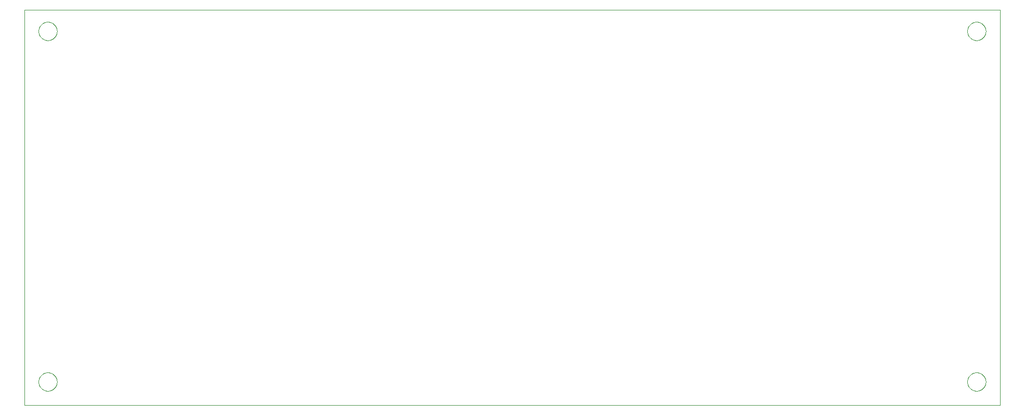
<source format=gbp>
G75*
%MOIN*%
%OFA0B0*%
%FSLAX25Y25*%
%IPPOS*%
%LPD*%
%AMOC8*
5,1,8,0,0,1.08239X$1,22.5*
%
%ADD10C,0.00000*%
D10*
X0001300Y0001300D02*
X0001300Y0255001D01*
X0626221Y0255001D01*
X0626221Y0001300D01*
X0001300Y0001300D01*
X0010394Y0016300D02*
X0010396Y0016453D01*
X0010402Y0016607D01*
X0010412Y0016760D01*
X0010426Y0016912D01*
X0010444Y0017065D01*
X0010466Y0017216D01*
X0010491Y0017367D01*
X0010521Y0017518D01*
X0010555Y0017668D01*
X0010592Y0017816D01*
X0010633Y0017964D01*
X0010678Y0018110D01*
X0010727Y0018256D01*
X0010780Y0018400D01*
X0010836Y0018542D01*
X0010896Y0018683D01*
X0010960Y0018823D01*
X0011027Y0018961D01*
X0011098Y0019097D01*
X0011173Y0019231D01*
X0011250Y0019363D01*
X0011332Y0019493D01*
X0011416Y0019621D01*
X0011504Y0019747D01*
X0011595Y0019870D01*
X0011689Y0019991D01*
X0011787Y0020109D01*
X0011887Y0020225D01*
X0011991Y0020338D01*
X0012097Y0020449D01*
X0012206Y0020557D01*
X0012318Y0020662D01*
X0012432Y0020763D01*
X0012550Y0020862D01*
X0012669Y0020958D01*
X0012791Y0021051D01*
X0012916Y0021140D01*
X0013043Y0021227D01*
X0013172Y0021309D01*
X0013303Y0021389D01*
X0013436Y0021465D01*
X0013571Y0021538D01*
X0013708Y0021607D01*
X0013847Y0021672D01*
X0013987Y0021734D01*
X0014129Y0021792D01*
X0014272Y0021847D01*
X0014417Y0021898D01*
X0014563Y0021945D01*
X0014710Y0021988D01*
X0014858Y0022027D01*
X0015007Y0022063D01*
X0015157Y0022094D01*
X0015308Y0022122D01*
X0015459Y0022146D01*
X0015612Y0022166D01*
X0015764Y0022182D01*
X0015917Y0022194D01*
X0016070Y0022202D01*
X0016223Y0022206D01*
X0016377Y0022206D01*
X0016530Y0022202D01*
X0016683Y0022194D01*
X0016836Y0022182D01*
X0016988Y0022166D01*
X0017141Y0022146D01*
X0017292Y0022122D01*
X0017443Y0022094D01*
X0017593Y0022063D01*
X0017742Y0022027D01*
X0017890Y0021988D01*
X0018037Y0021945D01*
X0018183Y0021898D01*
X0018328Y0021847D01*
X0018471Y0021792D01*
X0018613Y0021734D01*
X0018753Y0021672D01*
X0018892Y0021607D01*
X0019029Y0021538D01*
X0019164Y0021465D01*
X0019297Y0021389D01*
X0019428Y0021309D01*
X0019557Y0021227D01*
X0019684Y0021140D01*
X0019809Y0021051D01*
X0019931Y0020958D01*
X0020050Y0020862D01*
X0020168Y0020763D01*
X0020282Y0020662D01*
X0020394Y0020557D01*
X0020503Y0020449D01*
X0020609Y0020338D01*
X0020713Y0020225D01*
X0020813Y0020109D01*
X0020911Y0019991D01*
X0021005Y0019870D01*
X0021096Y0019747D01*
X0021184Y0019621D01*
X0021268Y0019493D01*
X0021350Y0019363D01*
X0021427Y0019231D01*
X0021502Y0019097D01*
X0021573Y0018961D01*
X0021640Y0018823D01*
X0021704Y0018683D01*
X0021764Y0018542D01*
X0021820Y0018400D01*
X0021873Y0018256D01*
X0021922Y0018110D01*
X0021967Y0017964D01*
X0022008Y0017816D01*
X0022045Y0017668D01*
X0022079Y0017518D01*
X0022109Y0017367D01*
X0022134Y0017216D01*
X0022156Y0017065D01*
X0022174Y0016912D01*
X0022188Y0016760D01*
X0022198Y0016607D01*
X0022204Y0016453D01*
X0022206Y0016300D01*
X0022204Y0016147D01*
X0022198Y0015993D01*
X0022188Y0015840D01*
X0022174Y0015688D01*
X0022156Y0015535D01*
X0022134Y0015384D01*
X0022109Y0015233D01*
X0022079Y0015082D01*
X0022045Y0014932D01*
X0022008Y0014784D01*
X0021967Y0014636D01*
X0021922Y0014490D01*
X0021873Y0014344D01*
X0021820Y0014200D01*
X0021764Y0014058D01*
X0021704Y0013917D01*
X0021640Y0013777D01*
X0021573Y0013639D01*
X0021502Y0013503D01*
X0021427Y0013369D01*
X0021350Y0013237D01*
X0021268Y0013107D01*
X0021184Y0012979D01*
X0021096Y0012853D01*
X0021005Y0012730D01*
X0020911Y0012609D01*
X0020813Y0012491D01*
X0020713Y0012375D01*
X0020609Y0012262D01*
X0020503Y0012151D01*
X0020394Y0012043D01*
X0020282Y0011938D01*
X0020168Y0011837D01*
X0020050Y0011738D01*
X0019931Y0011642D01*
X0019809Y0011549D01*
X0019684Y0011460D01*
X0019557Y0011373D01*
X0019428Y0011291D01*
X0019297Y0011211D01*
X0019164Y0011135D01*
X0019029Y0011062D01*
X0018892Y0010993D01*
X0018753Y0010928D01*
X0018613Y0010866D01*
X0018471Y0010808D01*
X0018328Y0010753D01*
X0018183Y0010702D01*
X0018037Y0010655D01*
X0017890Y0010612D01*
X0017742Y0010573D01*
X0017593Y0010537D01*
X0017443Y0010506D01*
X0017292Y0010478D01*
X0017141Y0010454D01*
X0016988Y0010434D01*
X0016836Y0010418D01*
X0016683Y0010406D01*
X0016530Y0010398D01*
X0016377Y0010394D01*
X0016223Y0010394D01*
X0016070Y0010398D01*
X0015917Y0010406D01*
X0015764Y0010418D01*
X0015612Y0010434D01*
X0015459Y0010454D01*
X0015308Y0010478D01*
X0015157Y0010506D01*
X0015007Y0010537D01*
X0014858Y0010573D01*
X0014710Y0010612D01*
X0014563Y0010655D01*
X0014417Y0010702D01*
X0014272Y0010753D01*
X0014129Y0010808D01*
X0013987Y0010866D01*
X0013847Y0010928D01*
X0013708Y0010993D01*
X0013571Y0011062D01*
X0013436Y0011135D01*
X0013303Y0011211D01*
X0013172Y0011291D01*
X0013043Y0011373D01*
X0012916Y0011460D01*
X0012791Y0011549D01*
X0012669Y0011642D01*
X0012550Y0011738D01*
X0012432Y0011837D01*
X0012318Y0011938D01*
X0012206Y0012043D01*
X0012097Y0012151D01*
X0011991Y0012262D01*
X0011887Y0012375D01*
X0011787Y0012491D01*
X0011689Y0012609D01*
X0011595Y0012730D01*
X0011504Y0012853D01*
X0011416Y0012979D01*
X0011332Y0013107D01*
X0011250Y0013237D01*
X0011173Y0013369D01*
X0011098Y0013503D01*
X0011027Y0013639D01*
X0010960Y0013777D01*
X0010896Y0013917D01*
X0010836Y0014058D01*
X0010780Y0014200D01*
X0010727Y0014344D01*
X0010678Y0014490D01*
X0010633Y0014636D01*
X0010592Y0014784D01*
X0010555Y0014932D01*
X0010521Y0015082D01*
X0010491Y0015233D01*
X0010466Y0015384D01*
X0010444Y0015535D01*
X0010426Y0015688D01*
X0010412Y0015840D01*
X0010402Y0015993D01*
X0010396Y0016147D01*
X0010394Y0016300D01*
X0010394Y0241300D02*
X0010396Y0241453D01*
X0010402Y0241607D01*
X0010412Y0241760D01*
X0010426Y0241912D01*
X0010444Y0242065D01*
X0010466Y0242216D01*
X0010491Y0242367D01*
X0010521Y0242518D01*
X0010555Y0242668D01*
X0010592Y0242816D01*
X0010633Y0242964D01*
X0010678Y0243110D01*
X0010727Y0243256D01*
X0010780Y0243400D01*
X0010836Y0243542D01*
X0010896Y0243683D01*
X0010960Y0243823D01*
X0011027Y0243961D01*
X0011098Y0244097D01*
X0011173Y0244231D01*
X0011250Y0244363D01*
X0011332Y0244493D01*
X0011416Y0244621D01*
X0011504Y0244747D01*
X0011595Y0244870D01*
X0011689Y0244991D01*
X0011787Y0245109D01*
X0011887Y0245225D01*
X0011991Y0245338D01*
X0012097Y0245449D01*
X0012206Y0245557D01*
X0012318Y0245662D01*
X0012432Y0245763D01*
X0012550Y0245862D01*
X0012669Y0245958D01*
X0012791Y0246051D01*
X0012916Y0246140D01*
X0013043Y0246227D01*
X0013172Y0246309D01*
X0013303Y0246389D01*
X0013436Y0246465D01*
X0013571Y0246538D01*
X0013708Y0246607D01*
X0013847Y0246672D01*
X0013987Y0246734D01*
X0014129Y0246792D01*
X0014272Y0246847D01*
X0014417Y0246898D01*
X0014563Y0246945D01*
X0014710Y0246988D01*
X0014858Y0247027D01*
X0015007Y0247063D01*
X0015157Y0247094D01*
X0015308Y0247122D01*
X0015459Y0247146D01*
X0015612Y0247166D01*
X0015764Y0247182D01*
X0015917Y0247194D01*
X0016070Y0247202D01*
X0016223Y0247206D01*
X0016377Y0247206D01*
X0016530Y0247202D01*
X0016683Y0247194D01*
X0016836Y0247182D01*
X0016988Y0247166D01*
X0017141Y0247146D01*
X0017292Y0247122D01*
X0017443Y0247094D01*
X0017593Y0247063D01*
X0017742Y0247027D01*
X0017890Y0246988D01*
X0018037Y0246945D01*
X0018183Y0246898D01*
X0018328Y0246847D01*
X0018471Y0246792D01*
X0018613Y0246734D01*
X0018753Y0246672D01*
X0018892Y0246607D01*
X0019029Y0246538D01*
X0019164Y0246465D01*
X0019297Y0246389D01*
X0019428Y0246309D01*
X0019557Y0246227D01*
X0019684Y0246140D01*
X0019809Y0246051D01*
X0019931Y0245958D01*
X0020050Y0245862D01*
X0020168Y0245763D01*
X0020282Y0245662D01*
X0020394Y0245557D01*
X0020503Y0245449D01*
X0020609Y0245338D01*
X0020713Y0245225D01*
X0020813Y0245109D01*
X0020911Y0244991D01*
X0021005Y0244870D01*
X0021096Y0244747D01*
X0021184Y0244621D01*
X0021268Y0244493D01*
X0021350Y0244363D01*
X0021427Y0244231D01*
X0021502Y0244097D01*
X0021573Y0243961D01*
X0021640Y0243823D01*
X0021704Y0243683D01*
X0021764Y0243542D01*
X0021820Y0243400D01*
X0021873Y0243256D01*
X0021922Y0243110D01*
X0021967Y0242964D01*
X0022008Y0242816D01*
X0022045Y0242668D01*
X0022079Y0242518D01*
X0022109Y0242367D01*
X0022134Y0242216D01*
X0022156Y0242065D01*
X0022174Y0241912D01*
X0022188Y0241760D01*
X0022198Y0241607D01*
X0022204Y0241453D01*
X0022206Y0241300D01*
X0022204Y0241147D01*
X0022198Y0240993D01*
X0022188Y0240840D01*
X0022174Y0240688D01*
X0022156Y0240535D01*
X0022134Y0240384D01*
X0022109Y0240233D01*
X0022079Y0240082D01*
X0022045Y0239932D01*
X0022008Y0239784D01*
X0021967Y0239636D01*
X0021922Y0239490D01*
X0021873Y0239344D01*
X0021820Y0239200D01*
X0021764Y0239058D01*
X0021704Y0238917D01*
X0021640Y0238777D01*
X0021573Y0238639D01*
X0021502Y0238503D01*
X0021427Y0238369D01*
X0021350Y0238237D01*
X0021268Y0238107D01*
X0021184Y0237979D01*
X0021096Y0237853D01*
X0021005Y0237730D01*
X0020911Y0237609D01*
X0020813Y0237491D01*
X0020713Y0237375D01*
X0020609Y0237262D01*
X0020503Y0237151D01*
X0020394Y0237043D01*
X0020282Y0236938D01*
X0020168Y0236837D01*
X0020050Y0236738D01*
X0019931Y0236642D01*
X0019809Y0236549D01*
X0019684Y0236460D01*
X0019557Y0236373D01*
X0019428Y0236291D01*
X0019297Y0236211D01*
X0019164Y0236135D01*
X0019029Y0236062D01*
X0018892Y0235993D01*
X0018753Y0235928D01*
X0018613Y0235866D01*
X0018471Y0235808D01*
X0018328Y0235753D01*
X0018183Y0235702D01*
X0018037Y0235655D01*
X0017890Y0235612D01*
X0017742Y0235573D01*
X0017593Y0235537D01*
X0017443Y0235506D01*
X0017292Y0235478D01*
X0017141Y0235454D01*
X0016988Y0235434D01*
X0016836Y0235418D01*
X0016683Y0235406D01*
X0016530Y0235398D01*
X0016377Y0235394D01*
X0016223Y0235394D01*
X0016070Y0235398D01*
X0015917Y0235406D01*
X0015764Y0235418D01*
X0015612Y0235434D01*
X0015459Y0235454D01*
X0015308Y0235478D01*
X0015157Y0235506D01*
X0015007Y0235537D01*
X0014858Y0235573D01*
X0014710Y0235612D01*
X0014563Y0235655D01*
X0014417Y0235702D01*
X0014272Y0235753D01*
X0014129Y0235808D01*
X0013987Y0235866D01*
X0013847Y0235928D01*
X0013708Y0235993D01*
X0013571Y0236062D01*
X0013436Y0236135D01*
X0013303Y0236211D01*
X0013172Y0236291D01*
X0013043Y0236373D01*
X0012916Y0236460D01*
X0012791Y0236549D01*
X0012669Y0236642D01*
X0012550Y0236738D01*
X0012432Y0236837D01*
X0012318Y0236938D01*
X0012206Y0237043D01*
X0012097Y0237151D01*
X0011991Y0237262D01*
X0011887Y0237375D01*
X0011787Y0237491D01*
X0011689Y0237609D01*
X0011595Y0237730D01*
X0011504Y0237853D01*
X0011416Y0237979D01*
X0011332Y0238107D01*
X0011250Y0238237D01*
X0011173Y0238369D01*
X0011098Y0238503D01*
X0011027Y0238639D01*
X0010960Y0238777D01*
X0010896Y0238917D01*
X0010836Y0239058D01*
X0010780Y0239200D01*
X0010727Y0239344D01*
X0010678Y0239490D01*
X0010633Y0239636D01*
X0010592Y0239784D01*
X0010555Y0239932D01*
X0010521Y0240082D01*
X0010491Y0240233D01*
X0010466Y0240384D01*
X0010444Y0240535D01*
X0010426Y0240688D01*
X0010412Y0240840D01*
X0010402Y0240993D01*
X0010396Y0241147D01*
X0010394Y0241300D01*
X0605394Y0241300D02*
X0605396Y0241453D01*
X0605402Y0241607D01*
X0605412Y0241760D01*
X0605426Y0241912D01*
X0605444Y0242065D01*
X0605466Y0242216D01*
X0605491Y0242367D01*
X0605521Y0242518D01*
X0605555Y0242668D01*
X0605592Y0242816D01*
X0605633Y0242964D01*
X0605678Y0243110D01*
X0605727Y0243256D01*
X0605780Y0243400D01*
X0605836Y0243542D01*
X0605896Y0243683D01*
X0605960Y0243823D01*
X0606027Y0243961D01*
X0606098Y0244097D01*
X0606173Y0244231D01*
X0606250Y0244363D01*
X0606332Y0244493D01*
X0606416Y0244621D01*
X0606504Y0244747D01*
X0606595Y0244870D01*
X0606689Y0244991D01*
X0606787Y0245109D01*
X0606887Y0245225D01*
X0606991Y0245338D01*
X0607097Y0245449D01*
X0607206Y0245557D01*
X0607318Y0245662D01*
X0607432Y0245763D01*
X0607550Y0245862D01*
X0607669Y0245958D01*
X0607791Y0246051D01*
X0607916Y0246140D01*
X0608043Y0246227D01*
X0608172Y0246309D01*
X0608303Y0246389D01*
X0608436Y0246465D01*
X0608571Y0246538D01*
X0608708Y0246607D01*
X0608847Y0246672D01*
X0608987Y0246734D01*
X0609129Y0246792D01*
X0609272Y0246847D01*
X0609417Y0246898D01*
X0609563Y0246945D01*
X0609710Y0246988D01*
X0609858Y0247027D01*
X0610007Y0247063D01*
X0610157Y0247094D01*
X0610308Y0247122D01*
X0610459Y0247146D01*
X0610612Y0247166D01*
X0610764Y0247182D01*
X0610917Y0247194D01*
X0611070Y0247202D01*
X0611223Y0247206D01*
X0611377Y0247206D01*
X0611530Y0247202D01*
X0611683Y0247194D01*
X0611836Y0247182D01*
X0611988Y0247166D01*
X0612141Y0247146D01*
X0612292Y0247122D01*
X0612443Y0247094D01*
X0612593Y0247063D01*
X0612742Y0247027D01*
X0612890Y0246988D01*
X0613037Y0246945D01*
X0613183Y0246898D01*
X0613328Y0246847D01*
X0613471Y0246792D01*
X0613613Y0246734D01*
X0613753Y0246672D01*
X0613892Y0246607D01*
X0614029Y0246538D01*
X0614164Y0246465D01*
X0614297Y0246389D01*
X0614428Y0246309D01*
X0614557Y0246227D01*
X0614684Y0246140D01*
X0614809Y0246051D01*
X0614931Y0245958D01*
X0615050Y0245862D01*
X0615168Y0245763D01*
X0615282Y0245662D01*
X0615394Y0245557D01*
X0615503Y0245449D01*
X0615609Y0245338D01*
X0615713Y0245225D01*
X0615813Y0245109D01*
X0615911Y0244991D01*
X0616005Y0244870D01*
X0616096Y0244747D01*
X0616184Y0244621D01*
X0616268Y0244493D01*
X0616350Y0244363D01*
X0616427Y0244231D01*
X0616502Y0244097D01*
X0616573Y0243961D01*
X0616640Y0243823D01*
X0616704Y0243683D01*
X0616764Y0243542D01*
X0616820Y0243400D01*
X0616873Y0243256D01*
X0616922Y0243110D01*
X0616967Y0242964D01*
X0617008Y0242816D01*
X0617045Y0242668D01*
X0617079Y0242518D01*
X0617109Y0242367D01*
X0617134Y0242216D01*
X0617156Y0242065D01*
X0617174Y0241912D01*
X0617188Y0241760D01*
X0617198Y0241607D01*
X0617204Y0241453D01*
X0617206Y0241300D01*
X0617204Y0241147D01*
X0617198Y0240993D01*
X0617188Y0240840D01*
X0617174Y0240688D01*
X0617156Y0240535D01*
X0617134Y0240384D01*
X0617109Y0240233D01*
X0617079Y0240082D01*
X0617045Y0239932D01*
X0617008Y0239784D01*
X0616967Y0239636D01*
X0616922Y0239490D01*
X0616873Y0239344D01*
X0616820Y0239200D01*
X0616764Y0239058D01*
X0616704Y0238917D01*
X0616640Y0238777D01*
X0616573Y0238639D01*
X0616502Y0238503D01*
X0616427Y0238369D01*
X0616350Y0238237D01*
X0616268Y0238107D01*
X0616184Y0237979D01*
X0616096Y0237853D01*
X0616005Y0237730D01*
X0615911Y0237609D01*
X0615813Y0237491D01*
X0615713Y0237375D01*
X0615609Y0237262D01*
X0615503Y0237151D01*
X0615394Y0237043D01*
X0615282Y0236938D01*
X0615168Y0236837D01*
X0615050Y0236738D01*
X0614931Y0236642D01*
X0614809Y0236549D01*
X0614684Y0236460D01*
X0614557Y0236373D01*
X0614428Y0236291D01*
X0614297Y0236211D01*
X0614164Y0236135D01*
X0614029Y0236062D01*
X0613892Y0235993D01*
X0613753Y0235928D01*
X0613613Y0235866D01*
X0613471Y0235808D01*
X0613328Y0235753D01*
X0613183Y0235702D01*
X0613037Y0235655D01*
X0612890Y0235612D01*
X0612742Y0235573D01*
X0612593Y0235537D01*
X0612443Y0235506D01*
X0612292Y0235478D01*
X0612141Y0235454D01*
X0611988Y0235434D01*
X0611836Y0235418D01*
X0611683Y0235406D01*
X0611530Y0235398D01*
X0611377Y0235394D01*
X0611223Y0235394D01*
X0611070Y0235398D01*
X0610917Y0235406D01*
X0610764Y0235418D01*
X0610612Y0235434D01*
X0610459Y0235454D01*
X0610308Y0235478D01*
X0610157Y0235506D01*
X0610007Y0235537D01*
X0609858Y0235573D01*
X0609710Y0235612D01*
X0609563Y0235655D01*
X0609417Y0235702D01*
X0609272Y0235753D01*
X0609129Y0235808D01*
X0608987Y0235866D01*
X0608847Y0235928D01*
X0608708Y0235993D01*
X0608571Y0236062D01*
X0608436Y0236135D01*
X0608303Y0236211D01*
X0608172Y0236291D01*
X0608043Y0236373D01*
X0607916Y0236460D01*
X0607791Y0236549D01*
X0607669Y0236642D01*
X0607550Y0236738D01*
X0607432Y0236837D01*
X0607318Y0236938D01*
X0607206Y0237043D01*
X0607097Y0237151D01*
X0606991Y0237262D01*
X0606887Y0237375D01*
X0606787Y0237491D01*
X0606689Y0237609D01*
X0606595Y0237730D01*
X0606504Y0237853D01*
X0606416Y0237979D01*
X0606332Y0238107D01*
X0606250Y0238237D01*
X0606173Y0238369D01*
X0606098Y0238503D01*
X0606027Y0238639D01*
X0605960Y0238777D01*
X0605896Y0238917D01*
X0605836Y0239058D01*
X0605780Y0239200D01*
X0605727Y0239344D01*
X0605678Y0239490D01*
X0605633Y0239636D01*
X0605592Y0239784D01*
X0605555Y0239932D01*
X0605521Y0240082D01*
X0605491Y0240233D01*
X0605466Y0240384D01*
X0605444Y0240535D01*
X0605426Y0240688D01*
X0605412Y0240840D01*
X0605402Y0240993D01*
X0605396Y0241147D01*
X0605394Y0241300D01*
X0605394Y0016300D02*
X0605396Y0016453D01*
X0605402Y0016607D01*
X0605412Y0016760D01*
X0605426Y0016912D01*
X0605444Y0017065D01*
X0605466Y0017216D01*
X0605491Y0017367D01*
X0605521Y0017518D01*
X0605555Y0017668D01*
X0605592Y0017816D01*
X0605633Y0017964D01*
X0605678Y0018110D01*
X0605727Y0018256D01*
X0605780Y0018400D01*
X0605836Y0018542D01*
X0605896Y0018683D01*
X0605960Y0018823D01*
X0606027Y0018961D01*
X0606098Y0019097D01*
X0606173Y0019231D01*
X0606250Y0019363D01*
X0606332Y0019493D01*
X0606416Y0019621D01*
X0606504Y0019747D01*
X0606595Y0019870D01*
X0606689Y0019991D01*
X0606787Y0020109D01*
X0606887Y0020225D01*
X0606991Y0020338D01*
X0607097Y0020449D01*
X0607206Y0020557D01*
X0607318Y0020662D01*
X0607432Y0020763D01*
X0607550Y0020862D01*
X0607669Y0020958D01*
X0607791Y0021051D01*
X0607916Y0021140D01*
X0608043Y0021227D01*
X0608172Y0021309D01*
X0608303Y0021389D01*
X0608436Y0021465D01*
X0608571Y0021538D01*
X0608708Y0021607D01*
X0608847Y0021672D01*
X0608987Y0021734D01*
X0609129Y0021792D01*
X0609272Y0021847D01*
X0609417Y0021898D01*
X0609563Y0021945D01*
X0609710Y0021988D01*
X0609858Y0022027D01*
X0610007Y0022063D01*
X0610157Y0022094D01*
X0610308Y0022122D01*
X0610459Y0022146D01*
X0610612Y0022166D01*
X0610764Y0022182D01*
X0610917Y0022194D01*
X0611070Y0022202D01*
X0611223Y0022206D01*
X0611377Y0022206D01*
X0611530Y0022202D01*
X0611683Y0022194D01*
X0611836Y0022182D01*
X0611988Y0022166D01*
X0612141Y0022146D01*
X0612292Y0022122D01*
X0612443Y0022094D01*
X0612593Y0022063D01*
X0612742Y0022027D01*
X0612890Y0021988D01*
X0613037Y0021945D01*
X0613183Y0021898D01*
X0613328Y0021847D01*
X0613471Y0021792D01*
X0613613Y0021734D01*
X0613753Y0021672D01*
X0613892Y0021607D01*
X0614029Y0021538D01*
X0614164Y0021465D01*
X0614297Y0021389D01*
X0614428Y0021309D01*
X0614557Y0021227D01*
X0614684Y0021140D01*
X0614809Y0021051D01*
X0614931Y0020958D01*
X0615050Y0020862D01*
X0615168Y0020763D01*
X0615282Y0020662D01*
X0615394Y0020557D01*
X0615503Y0020449D01*
X0615609Y0020338D01*
X0615713Y0020225D01*
X0615813Y0020109D01*
X0615911Y0019991D01*
X0616005Y0019870D01*
X0616096Y0019747D01*
X0616184Y0019621D01*
X0616268Y0019493D01*
X0616350Y0019363D01*
X0616427Y0019231D01*
X0616502Y0019097D01*
X0616573Y0018961D01*
X0616640Y0018823D01*
X0616704Y0018683D01*
X0616764Y0018542D01*
X0616820Y0018400D01*
X0616873Y0018256D01*
X0616922Y0018110D01*
X0616967Y0017964D01*
X0617008Y0017816D01*
X0617045Y0017668D01*
X0617079Y0017518D01*
X0617109Y0017367D01*
X0617134Y0017216D01*
X0617156Y0017065D01*
X0617174Y0016912D01*
X0617188Y0016760D01*
X0617198Y0016607D01*
X0617204Y0016453D01*
X0617206Y0016300D01*
X0617204Y0016147D01*
X0617198Y0015993D01*
X0617188Y0015840D01*
X0617174Y0015688D01*
X0617156Y0015535D01*
X0617134Y0015384D01*
X0617109Y0015233D01*
X0617079Y0015082D01*
X0617045Y0014932D01*
X0617008Y0014784D01*
X0616967Y0014636D01*
X0616922Y0014490D01*
X0616873Y0014344D01*
X0616820Y0014200D01*
X0616764Y0014058D01*
X0616704Y0013917D01*
X0616640Y0013777D01*
X0616573Y0013639D01*
X0616502Y0013503D01*
X0616427Y0013369D01*
X0616350Y0013237D01*
X0616268Y0013107D01*
X0616184Y0012979D01*
X0616096Y0012853D01*
X0616005Y0012730D01*
X0615911Y0012609D01*
X0615813Y0012491D01*
X0615713Y0012375D01*
X0615609Y0012262D01*
X0615503Y0012151D01*
X0615394Y0012043D01*
X0615282Y0011938D01*
X0615168Y0011837D01*
X0615050Y0011738D01*
X0614931Y0011642D01*
X0614809Y0011549D01*
X0614684Y0011460D01*
X0614557Y0011373D01*
X0614428Y0011291D01*
X0614297Y0011211D01*
X0614164Y0011135D01*
X0614029Y0011062D01*
X0613892Y0010993D01*
X0613753Y0010928D01*
X0613613Y0010866D01*
X0613471Y0010808D01*
X0613328Y0010753D01*
X0613183Y0010702D01*
X0613037Y0010655D01*
X0612890Y0010612D01*
X0612742Y0010573D01*
X0612593Y0010537D01*
X0612443Y0010506D01*
X0612292Y0010478D01*
X0612141Y0010454D01*
X0611988Y0010434D01*
X0611836Y0010418D01*
X0611683Y0010406D01*
X0611530Y0010398D01*
X0611377Y0010394D01*
X0611223Y0010394D01*
X0611070Y0010398D01*
X0610917Y0010406D01*
X0610764Y0010418D01*
X0610612Y0010434D01*
X0610459Y0010454D01*
X0610308Y0010478D01*
X0610157Y0010506D01*
X0610007Y0010537D01*
X0609858Y0010573D01*
X0609710Y0010612D01*
X0609563Y0010655D01*
X0609417Y0010702D01*
X0609272Y0010753D01*
X0609129Y0010808D01*
X0608987Y0010866D01*
X0608847Y0010928D01*
X0608708Y0010993D01*
X0608571Y0011062D01*
X0608436Y0011135D01*
X0608303Y0011211D01*
X0608172Y0011291D01*
X0608043Y0011373D01*
X0607916Y0011460D01*
X0607791Y0011549D01*
X0607669Y0011642D01*
X0607550Y0011738D01*
X0607432Y0011837D01*
X0607318Y0011938D01*
X0607206Y0012043D01*
X0607097Y0012151D01*
X0606991Y0012262D01*
X0606887Y0012375D01*
X0606787Y0012491D01*
X0606689Y0012609D01*
X0606595Y0012730D01*
X0606504Y0012853D01*
X0606416Y0012979D01*
X0606332Y0013107D01*
X0606250Y0013237D01*
X0606173Y0013369D01*
X0606098Y0013503D01*
X0606027Y0013639D01*
X0605960Y0013777D01*
X0605896Y0013917D01*
X0605836Y0014058D01*
X0605780Y0014200D01*
X0605727Y0014344D01*
X0605678Y0014490D01*
X0605633Y0014636D01*
X0605592Y0014784D01*
X0605555Y0014932D01*
X0605521Y0015082D01*
X0605491Y0015233D01*
X0605466Y0015384D01*
X0605444Y0015535D01*
X0605426Y0015688D01*
X0605412Y0015840D01*
X0605402Y0015993D01*
X0605396Y0016147D01*
X0605394Y0016300D01*
M02*

</source>
